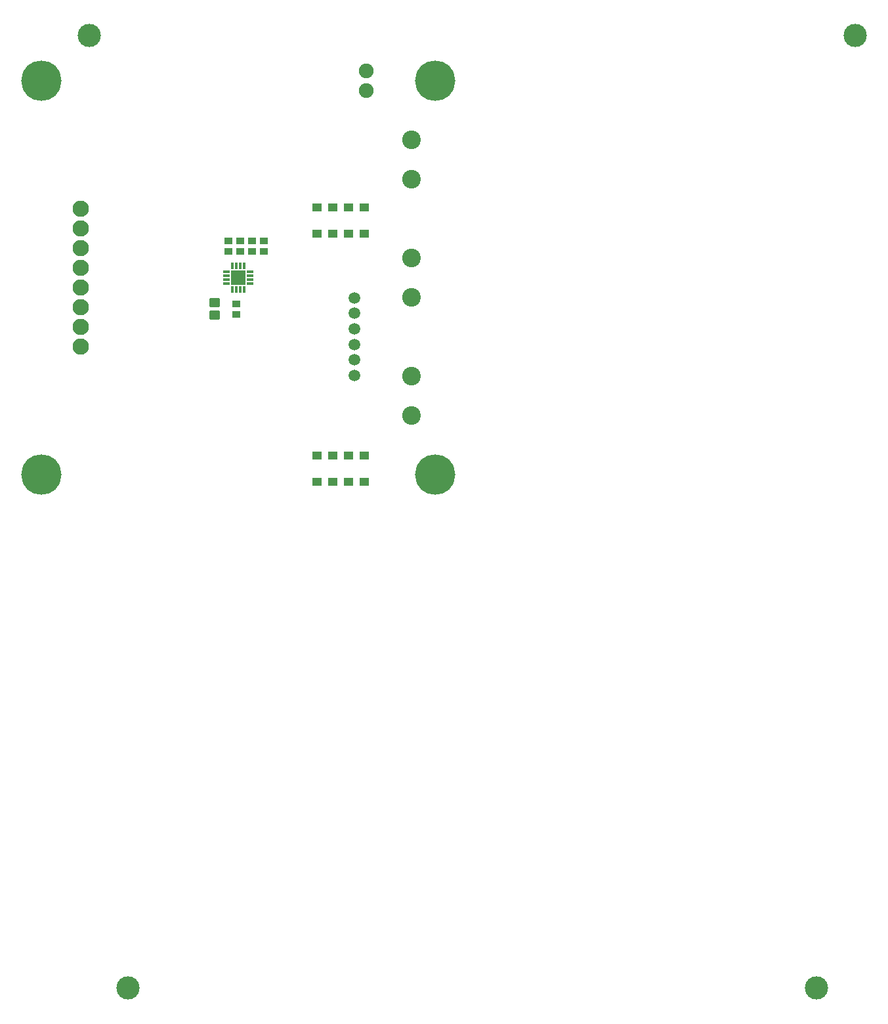
<source format=gts>
G04 Layer: TopSolderMaskLayer*
G04 Panelize: V-CUT, Column: 2, Row: 2, Board Size: 58.42mm x 58.42mm, Panelized Board Size: 118.84mm x 118.84mm*
G04 EasyEDA v6.5.32, 2023-07-26 20:50:30*
G04 9c01c07f2c6843c3a362350cb2311acb,5a6b42c53f6a479593ecc07194224c93,10*
G04 Gerber Generator version 0.2*
G04 Scale: 100 percent, Rotated: No, Reflected: No *
G04 Dimensions in millimeters *
G04 leading zeros omitted , absolute positions ,4 integer and 5 decimal *
%FSLAX45Y45*%
%MOMM*%

%AMMACRO1*1,1,$1,$2,$3*1,1,$1,$4,$5*1,1,$1,0-$2,0-$3*1,1,$1,0-$4,0-$5*20,1,$1,$2,$3,$4,$5,0*20,1,$1,$4,$5,0-$2,0-$3,0*20,1,$1,0-$2,0-$3,0-$4,0-$5,0*20,1,$1,0-$4,0-$5,$2,$3,0*4,1,4,$2,$3,$4,$5,0-$2,0-$3,0-$4,0-$5,$2,$3,0*%
%ADD10MACRO1,0.1016X0.575X0.475X0.575X-0.475*%
%ADD11MACRO1,0.2032X0.55X0.5X0.55X-0.5*%
%ADD12C,1.5016*%
%ADD13MACRO1,0.1016X-0.45X-0.4X-0.45X0.4*%
%ADD14MACRO1,0.1016X-0.9X0.9X0.9X0.9*%
%ADD15O,0.38160960000000005X0.9015984*%
%ADD16O,0.9015984X0.38160960000000005*%
%ADD17C,2.4032*%
%ADD18C,5.2032*%
%ADD19C,2.1016*%
%ADD20C,1.9016*%
%ADD21C,3.0000*%

%LPD*%
D10*
G01*
X4140192Y3826832D03*
G01*
X4140192Y3488352D03*
G01*
X4343392Y3826832D03*
G01*
X4343392Y3488352D03*
G01*
X4546592Y3826832D03*
G01*
X4546592Y3488352D03*
G01*
X3936992Y626440D03*
G01*
X3936992Y287959D03*
G01*
X4546592Y626440D03*
G01*
X4546592Y287959D03*
G01*
X4343392Y626440D03*
G01*
X4343392Y287959D03*
G01*
X4140192Y626440D03*
G01*
X4140192Y287959D03*
G01*
X3936992Y3826832D03*
G01*
X3936992Y3488352D03*
D11*
G01*
X2616196Y2434587D03*
G01*
X2616196Y2594587D03*
D12*
G01*
X4419600Y1659001D03*
G01*
X4419600Y1859000D03*
G01*
X4419600Y2059000D03*
G01*
X4419600Y2258999D03*
G01*
X4419600Y2458999D03*
G01*
X4419600Y2658998D03*
D13*
G01*
X2895596Y2584594D03*
G01*
X2895596Y2444595D03*
G01*
X3098796Y3397392D03*
G01*
X3098796Y3257392D03*
G01*
X3251193Y3397392D03*
G01*
X3251193Y3257392D03*
G01*
X2946396Y3397392D03*
G01*
X2946396Y3257392D03*
G01*
X2793996Y3397392D03*
G01*
X2793996Y3257392D03*
D14*
G01*
X2921007Y2920982D03*
D15*
G01*
X2846070Y3070987D03*
G01*
X2896108Y3070987D03*
G01*
X2945891Y3070987D03*
G01*
X2995929Y3070987D03*
D16*
G01*
X3070986Y2995904D03*
G01*
X3070986Y2945866D03*
G01*
X3070986Y2896082D03*
G01*
X3070986Y2846044D03*
D15*
G01*
X2995929Y2770987D03*
G01*
X2945891Y2770987D03*
G01*
X2896108Y2770987D03*
G01*
X2846070Y2770987D03*
D16*
G01*
X2770987Y2846044D03*
G01*
X2770987Y2896082D03*
G01*
X2770987Y2945866D03*
G01*
X2770987Y2995904D03*
D17*
G01*
X5156200Y4191000D03*
G01*
X5156200Y4699000D03*
G01*
X5156200Y2667000D03*
G01*
X5156200Y3175000D03*
G01*
X5156200Y1143000D03*
G01*
X5156200Y1651000D03*
D18*
G01*
X381000Y5461000D03*
G01*
X5461000Y5461000D03*
G01*
X5461000Y381000D03*
G01*
X381000Y381000D03*
D19*
G01*
X885418Y2027097D03*
G01*
X885418Y2281097D03*
G01*
X885418Y2535097D03*
G01*
X885418Y2789097D03*
G01*
X885418Y3043097D03*
G01*
X885418Y3297097D03*
G01*
X885418Y3551097D03*
G01*
X885418Y3805097D03*
D20*
G01*
X4572000Y5334000D03*
G01*
X4572000Y5588000D03*
D21*
G01*
X999997Y6041999D03*
G01*
X10884001Y6041999D03*
G01*
X1499996Y-6241999D03*
G01*
X10384002Y-6241999D03*
M02*

</source>
